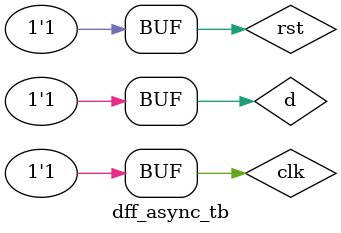
<source format=v>
module dff_async_tb;

reg d;
reg clk;
reg rst;

wire q;

dff_async uut(.clk(clk),
	.rst(rst),
	.d(d),
	.q(q));

initial
begin
	$dumpfile("dff_async_wave.vcd");
	$dumpvars(0,dff_async_tb);
	d = 1'b0;
	rst = 1'b0;
	clk = 1'b0;

	#5 d = 1'b1;
	#10 clk = 1'b1;
	#15 rst = 1'b1;
end
endmodule

</source>
